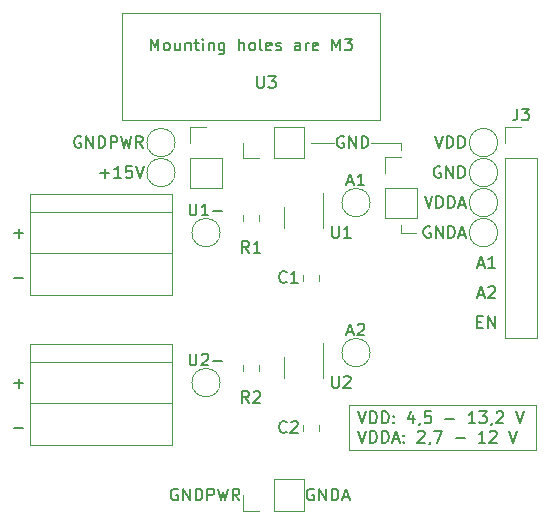
<source format=gto>
G04 #@! TF.GenerationSoftware,KiCad,Pcbnew,5.1.5-52549c5~84~ubuntu19.04.1*
G04 #@! TF.CreationDate,2019-12-10T10:52:44+01:00*
G04 #@! TF.ProjectId,2ch-4-20mA,3263682d-342d-4323-906d-412e6b696361,rev?*
G04 #@! TF.SameCoordinates,Original*
G04 #@! TF.FileFunction,Legend,Top*
G04 #@! TF.FilePolarity,Positive*
%FSLAX46Y46*%
G04 Gerber Fmt 4.6, Leading zero omitted, Abs format (unit mm)*
G04 Created by KiCad (PCBNEW 5.1.5-52549c5~84~ubuntu19.04.1) date 2019-12-10 10:52:44*
%MOMM*%
%LPD*%
G04 APERTURE LIST*
%ADD10C,0.150000*%
%ADD11C,0.120000*%
G04 APERTURE END LIST*
D10*
X128025000Y-83002380D02*
X128025000Y-82002380D01*
X128358333Y-82716666D01*
X128691666Y-82002380D01*
X128691666Y-83002380D01*
X129310714Y-83002380D02*
X129215476Y-82954761D01*
X129167857Y-82907142D01*
X129120238Y-82811904D01*
X129120238Y-82526190D01*
X129167857Y-82430952D01*
X129215476Y-82383333D01*
X129310714Y-82335714D01*
X129453571Y-82335714D01*
X129548809Y-82383333D01*
X129596428Y-82430952D01*
X129644047Y-82526190D01*
X129644047Y-82811904D01*
X129596428Y-82907142D01*
X129548809Y-82954761D01*
X129453571Y-83002380D01*
X129310714Y-83002380D01*
X130501190Y-82335714D02*
X130501190Y-83002380D01*
X130072619Y-82335714D02*
X130072619Y-82859523D01*
X130120238Y-82954761D01*
X130215476Y-83002380D01*
X130358333Y-83002380D01*
X130453571Y-82954761D01*
X130501190Y-82907142D01*
X130977380Y-82335714D02*
X130977380Y-83002380D01*
X130977380Y-82430952D02*
X131025000Y-82383333D01*
X131120238Y-82335714D01*
X131263095Y-82335714D01*
X131358333Y-82383333D01*
X131405952Y-82478571D01*
X131405952Y-83002380D01*
X131739285Y-82335714D02*
X132120238Y-82335714D01*
X131882142Y-82002380D02*
X131882142Y-82859523D01*
X131929761Y-82954761D01*
X132025000Y-83002380D01*
X132120238Y-83002380D01*
X132453571Y-83002380D02*
X132453571Y-82335714D01*
X132453571Y-82002380D02*
X132405952Y-82050000D01*
X132453571Y-82097619D01*
X132501190Y-82050000D01*
X132453571Y-82002380D01*
X132453571Y-82097619D01*
X132929761Y-82335714D02*
X132929761Y-83002380D01*
X132929761Y-82430952D02*
X132977380Y-82383333D01*
X133072619Y-82335714D01*
X133215476Y-82335714D01*
X133310714Y-82383333D01*
X133358333Y-82478571D01*
X133358333Y-83002380D01*
X134263095Y-82335714D02*
X134263095Y-83145238D01*
X134215476Y-83240476D01*
X134167857Y-83288095D01*
X134072619Y-83335714D01*
X133929761Y-83335714D01*
X133834523Y-83288095D01*
X134263095Y-82954761D02*
X134167857Y-83002380D01*
X133977380Y-83002380D01*
X133882142Y-82954761D01*
X133834523Y-82907142D01*
X133786904Y-82811904D01*
X133786904Y-82526190D01*
X133834523Y-82430952D01*
X133882142Y-82383333D01*
X133977380Y-82335714D01*
X134167857Y-82335714D01*
X134263095Y-82383333D01*
X135501190Y-83002380D02*
X135501190Y-82002380D01*
X135929761Y-83002380D02*
X135929761Y-82478571D01*
X135882142Y-82383333D01*
X135786904Y-82335714D01*
X135644047Y-82335714D01*
X135548809Y-82383333D01*
X135501190Y-82430952D01*
X136548809Y-83002380D02*
X136453571Y-82954761D01*
X136405952Y-82907142D01*
X136358333Y-82811904D01*
X136358333Y-82526190D01*
X136405952Y-82430952D01*
X136453571Y-82383333D01*
X136548809Y-82335714D01*
X136691666Y-82335714D01*
X136786904Y-82383333D01*
X136834523Y-82430952D01*
X136882142Y-82526190D01*
X136882142Y-82811904D01*
X136834523Y-82907142D01*
X136786904Y-82954761D01*
X136691666Y-83002380D01*
X136548809Y-83002380D01*
X137453571Y-83002380D02*
X137358333Y-82954761D01*
X137310714Y-82859523D01*
X137310714Y-82002380D01*
X138215476Y-82954761D02*
X138120238Y-83002380D01*
X137929761Y-83002380D01*
X137834523Y-82954761D01*
X137786904Y-82859523D01*
X137786904Y-82478571D01*
X137834523Y-82383333D01*
X137929761Y-82335714D01*
X138120238Y-82335714D01*
X138215476Y-82383333D01*
X138263095Y-82478571D01*
X138263095Y-82573809D01*
X137786904Y-82669047D01*
X138644047Y-82954761D02*
X138739285Y-83002380D01*
X138929761Y-83002380D01*
X139025000Y-82954761D01*
X139072619Y-82859523D01*
X139072619Y-82811904D01*
X139025000Y-82716666D01*
X138929761Y-82669047D01*
X138786904Y-82669047D01*
X138691666Y-82621428D01*
X138644047Y-82526190D01*
X138644047Y-82478571D01*
X138691666Y-82383333D01*
X138786904Y-82335714D01*
X138929761Y-82335714D01*
X139025000Y-82383333D01*
X140691666Y-83002380D02*
X140691666Y-82478571D01*
X140644047Y-82383333D01*
X140548809Y-82335714D01*
X140358333Y-82335714D01*
X140263095Y-82383333D01*
X140691666Y-82954761D02*
X140596428Y-83002380D01*
X140358333Y-83002380D01*
X140263095Y-82954761D01*
X140215476Y-82859523D01*
X140215476Y-82764285D01*
X140263095Y-82669047D01*
X140358333Y-82621428D01*
X140596428Y-82621428D01*
X140691666Y-82573809D01*
X141167857Y-83002380D02*
X141167857Y-82335714D01*
X141167857Y-82526190D02*
X141215476Y-82430952D01*
X141263095Y-82383333D01*
X141358333Y-82335714D01*
X141453571Y-82335714D01*
X142167857Y-82954761D02*
X142072619Y-83002380D01*
X141882142Y-83002380D01*
X141786904Y-82954761D01*
X141739285Y-82859523D01*
X141739285Y-82478571D01*
X141786904Y-82383333D01*
X141882142Y-82335714D01*
X142072619Y-82335714D01*
X142167857Y-82383333D01*
X142215476Y-82478571D01*
X142215476Y-82573809D01*
X141739285Y-82669047D01*
X143405952Y-83002380D02*
X143405952Y-82002380D01*
X143739285Y-82716666D01*
X144072619Y-82002380D01*
X144072619Y-83002380D01*
X144453571Y-82002380D02*
X145072619Y-82002380D01*
X144739285Y-82383333D01*
X144882142Y-82383333D01*
X144977380Y-82430952D01*
X145025000Y-82478571D01*
X145072619Y-82573809D01*
X145072619Y-82811904D01*
X145025000Y-82907142D01*
X144977380Y-82954761D01*
X144882142Y-83002380D01*
X144596428Y-83002380D01*
X144501190Y-82954761D01*
X144453571Y-82907142D01*
D11*
X144780000Y-116840000D02*
X144780000Y-113030000D01*
X160655000Y-116840000D02*
X144780000Y-116840000D01*
X160655000Y-113030000D02*
X160655000Y-116840000D01*
X144780000Y-113030000D02*
X160655000Y-113030000D01*
D10*
X145607738Y-113562380D02*
X145941071Y-114562380D01*
X146274404Y-113562380D01*
X146607738Y-114562380D02*
X146607738Y-113562380D01*
X146845833Y-113562380D01*
X146988690Y-113610000D01*
X147083928Y-113705238D01*
X147131547Y-113800476D01*
X147179166Y-113990952D01*
X147179166Y-114133809D01*
X147131547Y-114324285D01*
X147083928Y-114419523D01*
X146988690Y-114514761D01*
X146845833Y-114562380D01*
X146607738Y-114562380D01*
X147607738Y-114562380D02*
X147607738Y-113562380D01*
X147845833Y-113562380D01*
X147988690Y-113610000D01*
X148083928Y-113705238D01*
X148131547Y-113800476D01*
X148179166Y-113990952D01*
X148179166Y-114133809D01*
X148131547Y-114324285D01*
X148083928Y-114419523D01*
X147988690Y-114514761D01*
X147845833Y-114562380D01*
X147607738Y-114562380D01*
X148607738Y-114467142D02*
X148655357Y-114514761D01*
X148607738Y-114562380D01*
X148560119Y-114514761D01*
X148607738Y-114467142D01*
X148607738Y-114562380D01*
X148607738Y-113943333D02*
X148655357Y-113990952D01*
X148607738Y-114038571D01*
X148560119Y-113990952D01*
X148607738Y-113943333D01*
X148607738Y-114038571D01*
X150274404Y-113895714D02*
X150274404Y-114562380D01*
X150036309Y-113514761D02*
X149798214Y-114229047D01*
X150417261Y-114229047D01*
X150845833Y-114514761D02*
X150845833Y-114562380D01*
X150798214Y-114657619D01*
X150750595Y-114705238D01*
X151750595Y-113562380D02*
X151274404Y-113562380D01*
X151226785Y-114038571D01*
X151274404Y-113990952D01*
X151369642Y-113943333D01*
X151607738Y-113943333D01*
X151702976Y-113990952D01*
X151750595Y-114038571D01*
X151798214Y-114133809D01*
X151798214Y-114371904D01*
X151750595Y-114467142D01*
X151702976Y-114514761D01*
X151607738Y-114562380D01*
X151369642Y-114562380D01*
X151274404Y-114514761D01*
X151226785Y-114467142D01*
X152988690Y-114181428D02*
X153750595Y-114181428D01*
X155512500Y-114562380D02*
X154941071Y-114562380D01*
X155226785Y-114562380D02*
X155226785Y-113562380D01*
X155131547Y-113705238D01*
X155036309Y-113800476D01*
X154941071Y-113848095D01*
X155845833Y-113562380D02*
X156464880Y-113562380D01*
X156131547Y-113943333D01*
X156274404Y-113943333D01*
X156369642Y-113990952D01*
X156417261Y-114038571D01*
X156464880Y-114133809D01*
X156464880Y-114371904D01*
X156417261Y-114467142D01*
X156369642Y-114514761D01*
X156274404Y-114562380D01*
X155988690Y-114562380D01*
X155893452Y-114514761D01*
X155845833Y-114467142D01*
X156941071Y-114514761D02*
X156941071Y-114562380D01*
X156893452Y-114657619D01*
X156845833Y-114705238D01*
X157322023Y-113657619D02*
X157369642Y-113610000D01*
X157464880Y-113562380D01*
X157702976Y-113562380D01*
X157798214Y-113610000D01*
X157845833Y-113657619D01*
X157893452Y-113752857D01*
X157893452Y-113848095D01*
X157845833Y-113990952D01*
X157274404Y-114562380D01*
X157893452Y-114562380D01*
X158941071Y-113562380D02*
X159274404Y-114562380D01*
X159607738Y-113562380D01*
X145607738Y-115212380D02*
X145941071Y-116212380D01*
X146274404Y-115212380D01*
X146607738Y-116212380D02*
X146607738Y-115212380D01*
X146845833Y-115212380D01*
X146988690Y-115260000D01*
X147083928Y-115355238D01*
X147131547Y-115450476D01*
X147179166Y-115640952D01*
X147179166Y-115783809D01*
X147131547Y-115974285D01*
X147083928Y-116069523D01*
X146988690Y-116164761D01*
X146845833Y-116212380D01*
X146607738Y-116212380D01*
X147607738Y-116212380D02*
X147607738Y-115212380D01*
X147845833Y-115212380D01*
X147988690Y-115260000D01*
X148083928Y-115355238D01*
X148131547Y-115450476D01*
X148179166Y-115640952D01*
X148179166Y-115783809D01*
X148131547Y-115974285D01*
X148083928Y-116069523D01*
X147988690Y-116164761D01*
X147845833Y-116212380D01*
X147607738Y-116212380D01*
X148560119Y-115926666D02*
X149036309Y-115926666D01*
X148464880Y-116212380D02*
X148798214Y-115212380D01*
X149131547Y-116212380D01*
X149464880Y-116117142D02*
X149512500Y-116164761D01*
X149464880Y-116212380D01*
X149417261Y-116164761D01*
X149464880Y-116117142D01*
X149464880Y-116212380D01*
X149464880Y-115593333D02*
X149512500Y-115640952D01*
X149464880Y-115688571D01*
X149417261Y-115640952D01*
X149464880Y-115593333D01*
X149464880Y-115688571D01*
X150655357Y-115307619D02*
X150702976Y-115260000D01*
X150798214Y-115212380D01*
X151036309Y-115212380D01*
X151131547Y-115260000D01*
X151179166Y-115307619D01*
X151226785Y-115402857D01*
X151226785Y-115498095D01*
X151179166Y-115640952D01*
X150607738Y-116212380D01*
X151226785Y-116212380D01*
X151702976Y-116164761D02*
X151702976Y-116212380D01*
X151655357Y-116307619D01*
X151607738Y-116355238D01*
X152036309Y-115212380D02*
X152702976Y-115212380D01*
X152274404Y-116212380D01*
X153845833Y-115831428D02*
X154607738Y-115831428D01*
X156369642Y-116212380D02*
X155798214Y-116212380D01*
X156083928Y-116212380D02*
X156083928Y-115212380D01*
X155988690Y-115355238D01*
X155893452Y-115450476D01*
X155798214Y-115498095D01*
X156750595Y-115307619D02*
X156798214Y-115260000D01*
X156893452Y-115212380D01*
X157131547Y-115212380D01*
X157226785Y-115260000D01*
X157274404Y-115307619D01*
X157322023Y-115402857D01*
X157322023Y-115498095D01*
X157274404Y-115640952D01*
X156702976Y-116212380D01*
X157322023Y-116212380D01*
X158369642Y-115212380D02*
X158702976Y-116212380D01*
X159036309Y-115212380D01*
X155668214Y-105973571D02*
X156001547Y-105973571D01*
X156144404Y-106497380D02*
X155668214Y-106497380D01*
X155668214Y-105497380D01*
X156144404Y-105497380D01*
X156572976Y-106497380D02*
X156572976Y-105497380D01*
X157144404Y-106497380D01*
X157144404Y-105497380D01*
X155763452Y-103671666D02*
X156239642Y-103671666D01*
X155668214Y-103957380D02*
X156001547Y-102957380D01*
X156334880Y-103957380D01*
X156620595Y-103052619D02*
X156668214Y-103005000D01*
X156763452Y-102957380D01*
X157001547Y-102957380D01*
X157096785Y-103005000D01*
X157144404Y-103052619D01*
X157192023Y-103147857D01*
X157192023Y-103243095D01*
X157144404Y-103385952D01*
X156572976Y-103957380D01*
X157192023Y-103957380D01*
X155763452Y-101131666D02*
X156239642Y-101131666D01*
X155668214Y-101417380D02*
X156001547Y-100417380D01*
X156334880Y-101417380D01*
X157192023Y-101417380D02*
X156620595Y-101417380D01*
X156906309Y-101417380D02*
X156906309Y-100417380D01*
X156811071Y-100560238D01*
X156715833Y-100655476D01*
X156620595Y-100703095D01*
X141829404Y-120150000D02*
X141734166Y-120102380D01*
X141591309Y-120102380D01*
X141448452Y-120150000D01*
X141353214Y-120245238D01*
X141305595Y-120340476D01*
X141257976Y-120530952D01*
X141257976Y-120673809D01*
X141305595Y-120864285D01*
X141353214Y-120959523D01*
X141448452Y-121054761D01*
X141591309Y-121102380D01*
X141686547Y-121102380D01*
X141829404Y-121054761D01*
X141877023Y-121007142D01*
X141877023Y-120673809D01*
X141686547Y-120673809D01*
X142305595Y-121102380D02*
X142305595Y-120102380D01*
X142877023Y-121102380D01*
X142877023Y-120102380D01*
X143353214Y-121102380D02*
X143353214Y-120102380D01*
X143591309Y-120102380D01*
X143734166Y-120150000D01*
X143829404Y-120245238D01*
X143877023Y-120340476D01*
X143924642Y-120530952D01*
X143924642Y-120673809D01*
X143877023Y-120864285D01*
X143829404Y-120959523D01*
X143734166Y-121054761D01*
X143591309Y-121102380D01*
X143353214Y-121102380D01*
X144305595Y-120816666D02*
X144781785Y-120816666D01*
X144210357Y-121102380D02*
X144543690Y-120102380D01*
X144877023Y-121102380D01*
X130303928Y-120150000D02*
X130208690Y-120102380D01*
X130065833Y-120102380D01*
X129922976Y-120150000D01*
X129827738Y-120245238D01*
X129780119Y-120340476D01*
X129732500Y-120530952D01*
X129732500Y-120673809D01*
X129780119Y-120864285D01*
X129827738Y-120959523D01*
X129922976Y-121054761D01*
X130065833Y-121102380D01*
X130161071Y-121102380D01*
X130303928Y-121054761D01*
X130351547Y-121007142D01*
X130351547Y-120673809D01*
X130161071Y-120673809D01*
X130780119Y-121102380D02*
X130780119Y-120102380D01*
X131351547Y-121102380D01*
X131351547Y-120102380D01*
X131827738Y-121102380D02*
X131827738Y-120102380D01*
X132065833Y-120102380D01*
X132208690Y-120150000D01*
X132303928Y-120245238D01*
X132351547Y-120340476D01*
X132399166Y-120530952D01*
X132399166Y-120673809D01*
X132351547Y-120864285D01*
X132303928Y-120959523D01*
X132208690Y-121054761D01*
X132065833Y-121102380D01*
X131827738Y-121102380D01*
X132827738Y-121102380D02*
X132827738Y-120102380D01*
X133208690Y-120102380D01*
X133303928Y-120150000D01*
X133351547Y-120197619D01*
X133399166Y-120292857D01*
X133399166Y-120435714D01*
X133351547Y-120530952D01*
X133303928Y-120578571D01*
X133208690Y-120626190D01*
X132827738Y-120626190D01*
X133732500Y-120102380D02*
X133970595Y-121102380D01*
X134161071Y-120388095D01*
X134351547Y-121102380D01*
X134589642Y-120102380D01*
X135542023Y-121102380D02*
X135208690Y-120626190D01*
X134970595Y-121102380D02*
X134970595Y-120102380D01*
X135351547Y-120102380D01*
X135446785Y-120150000D01*
X135494404Y-120197619D01*
X135542023Y-120292857D01*
X135542023Y-120435714D01*
X135494404Y-120530952D01*
X135446785Y-120578571D01*
X135351547Y-120626190D01*
X134970595Y-120626190D01*
D11*
X149225000Y-98425000D02*
X150495000Y-98425000D01*
X149225000Y-97790000D02*
X149225000Y-98425000D01*
X149225000Y-90805000D02*
X149225000Y-91440000D01*
X146685000Y-90805000D02*
X149225000Y-90805000D01*
X143510000Y-90805000D02*
X141605000Y-90805000D01*
D10*
X116459047Y-115006428D02*
X117220952Y-115006428D01*
X116459047Y-111196428D02*
X117220952Y-111196428D01*
X116840000Y-111577380D02*
X116840000Y-110815476D01*
X116459047Y-102306428D02*
X117220952Y-102306428D01*
X116459047Y-98496428D02*
X117220952Y-98496428D01*
X116840000Y-98877380D02*
X116840000Y-98115476D01*
X144369404Y-90305000D02*
X144274166Y-90257380D01*
X144131309Y-90257380D01*
X143988452Y-90305000D01*
X143893214Y-90400238D01*
X143845595Y-90495476D01*
X143797976Y-90685952D01*
X143797976Y-90828809D01*
X143845595Y-91019285D01*
X143893214Y-91114523D01*
X143988452Y-91209761D01*
X144131309Y-91257380D01*
X144226547Y-91257380D01*
X144369404Y-91209761D01*
X144417023Y-91162142D01*
X144417023Y-90828809D01*
X144226547Y-90828809D01*
X144845595Y-91257380D02*
X144845595Y-90257380D01*
X145417023Y-91257380D01*
X145417023Y-90257380D01*
X145893214Y-91257380D02*
X145893214Y-90257380D01*
X146131309Y-90257380D01*
X146274166Y-90305000D01*
X146369404Y-90400238D01*
X146417023Y-90495476D01*
X146464642Y-90685952D01*
X146464642Y-90828809D01*
X146417023Y-91019285D01*
X146369404Y-91114523D01*
X146274166Y-91209761D01*
X146131309Y-91257380D01*
X145893214Y-91257380D01*
X144700714Y-106846666D02*
X145176904Y-106846666D01*
X144605476Y-107132380D02*
X144938809Y-106132380D01*
X145272142Y-107132380D01*
X145557857Y-106227619D02*
X145605476Y-106180000D01*
X145700714Y-106132380D01*
X145938809Y-106132380D01*
X146034047Y-106180000D01*
X146081666Y-106227619D01*
X146129285Y-106322857D01*
X146129285Y-106418095D01*
X146081666Y-106560952D01*
X145510238Y-107132380D01*
X146129285Y-107132380D01*
X131334047Y-108672380D02*
X131334047Y-109481904D01*
X131381666Y-109577142D01*
X131429285Y-109624761D01*
X131524523Y-109672380D01*
X131715000Y-109672380D01*
X131810238Y-109624761D01*
X131857857Y-109577142D01*
X131905476Y-109481904D01*
X131905476Y-108672380D01*
X132334047Y-108767619D02*
X132381666Y-108720000D01*
X132476904Y-108672380D01*
X132715000Y-108672380D01*
X132810238Y-108720000D01*
X132857857Y-108767619D01*
X132905476Y-108862857D01*
X132905476Y-108958095D01*
X132857857Y-109100952D01*
X132286428Y-109672380D01*
X132905476Y-109672380D01*
X133334047Y-109291428D02*
X134095952Y-109291428D01*
X131334047Y-95972380D02*
X131334047Y-96781904D01*
X131381666Y-96877142D01*
X131429285Y-96924761D01*
X131524523Y-96972380D01*
X131715000Y-96972380D01*
X131810238Y-96924761D01*
X131857857Y-96877142D01*
X131905476Y-96781904D01*
X131905476Y-95972380D01*
X132905476Y-96972380D02*
X132334047Y-96972380D01*
X132619761Y-96972380D02*
X132619761Y-95972380D01*
X132524523Y-96115238D01*
X132429285Y-96210476D01*
X132334047Y-96258095D01*
X133334047Y-96591428D02*
X134095952Y-96591428D01*
X144700714Y-94146666D02*
X145176904Y-94146666D01*
X144605476Y-94432380D02*
X144938809Y-93432380D01*
X145272142Y-94432380D01*
X146129285Y-94432380D02*
X145557857Y-94432380D01*
X145843571Y-94432380D02*
X145843571Y-93432380D01*
X145748333Y-93575238D01*
X145653095Y-93670476D01*
X145557857Y-93718095D01*
X151699642Y-97925000D02*
X151604404Y-97877380D01*
X151461547Y-97877380D01*
X151318690Y-97925000D01*
X151223452Y-98020238D01*
X151175833Y-98115476D01*
X151128214Y-98305952D01*
X151128214Y-98448809D01*
X151175833Y-98639285D01*
X151223452Y-98734523D01*
X151318690Y-98829761D01*
X151461547Y-98877380D01*
X151556785Y-98877380D01*
X151699642Y-98829761D01*
X151747261Y-98782142D01*
X151747261Y-98448809D01*
X151556785Y-98448809D01*
X152175833Y-98877380D02*
X152175833Y-97877380D01*
X152747261Y-98877380D01*
X152747261Y-97877380D01*
X153223452Y-98877380D02*
X153223452Y-97877380D01*
X153461547Y-97877380D01*
X153604404Y-97925000D01*
X153699642Y-98020238D01*
X153747261Y-98115476D01*
X153794880Y-98305952D01*
X153794880Y-98448809D01*
X153747261Y-98639285D01*
X153699642Y-98734523D01*
X153604404Y-98829761D01*
X153461547Y-98877380D01*
X153223452Y-98877380D01*
X154175833Y-98591666D02*
X154652023Y-98591666D01*
X154080595Y-98877380D02*
X154413928Y-97877380D01*
X154747261Y-98877380D01*
X151223452Y-95337380D02*
X151556785Y-96337380D01*
X151890119Y-95337380D01*
X152223452Y-96337380D02*
X152223452Y-95337380D01*
X152461547Y-95337380D01*
X152604404Y-95385000D01*
X152699642Y-95480238D01*
X152747261Y-95575476D01*
X152794880Y-95765952D01*
X152794880Y-95908809D01*
X152747261Y-96099285D01*
X152699642Y-96194523D01*
X152604404Y-96289761D01*
X152461547Y-96337380D01*
X152223452Y-96337380D01*
X153223452Y-96337380D02*
X153223452Y-95337380D01*
X153461547Y-95337380D01*
X153604404Y-95385000D01*
X153699642Y-95480238D01*
X153747261Y-95575476D01*
X153794880Y-95765952D01*
X153794880Y-95908809D01*
X153747261Y-96099285D01*
X153699642Y-96194523D01*
X153604404Y-96289761D01*
X153461547Y-96337380D01*
X153223452Y-96337380D01*
X154175833Y-96051666D02*
X154652023Y-96051666D01*
X154080595Y-96337380D02*
X154413928Y-95337380D01*
X154747261Y-96337380D01*
X152556785Y-92845000D02*
X152461547Y-92797380D01*
X152318690Y-92797380D01*
X152175833Y-92845000D01*
X152080595Y-92940238D01*
X152032976Y-93035476D01*
X151985357Y-93225952D01*
X151985357Y-93368809D01*
X152032976Y-93559285D01*
X152080595Y-93654523D01*
X152175833Y-93749761D01*
X152318690Y-93797380D01*
X152413928Y-93797380D01*
X152556785Y-93749761D01*
X152604404Y-93702142D01*
X152604404Y-93368809D01*
X152413928Y-93368809D01*
X153032976Y-93797380D02*
X153032976Y-92797380D01*
X153604404Y-93797380D01*
X153604404Y-92797380D01*
X154080595Y-93797380D02*
X154080595Y-92797380D01*
X154318690Y-92797380D01*
X154461547Y-92845000D01*
X154556785Y-92940238D01*
X154604404Y-93035476D01*
X154652023Y-93225952D01*
X154652023Y-93368809D01*
X154604404Y-93559285D01*
X154556785Y-93654523D01*
X154461547Y-93749761D01*
X154318690Y-93797380D01*
X154080595Y-93797380D01*
X152080595Y-90257380D02*
X152413928Y-91257380D01*
X152747261Y-90257380D01*
X153080595Y-91257380D02*
X153080595Y-90257380D01*
X153318690Y-90257380D01*
X153461547Y-90305000D01*
X153556785Y-90400238D01*
X153604404Y-90495476D01*
X153652023Y-90685952D01*
X153652023Y-90828809D01*
X153604404Y-91019285D01*
X153556785Y-91114523D01*
X153461547Y-91209761D01*
X153318690Y-91257380D01*
X153080595Y-91257380D01*
X154080595Y-91257380D02*
X154080595Y-90257380D01*
X154318690Y-90257380D01*
X154461547Y-90305000D01*
X154556785Y-90400238D01*
X154604404Y-90495476D01*
X154652023Y-90685952D01*
X154652023Y-90828809D01*
X154604404Y-91019285D01*
X154556785Y-91114523D01*
X154461547Y-91209761D01*
X154318690Y-91257380D01*
X154080595Y-91257380D01*
X123775595Y-93416428D02*
X124537500Y-93416428D01*
X124156547Y-93797380D02*
X124156547Y-93035476D01*
X125537500Y-93797380D02*
X124966071Y-93797380D01*
X125251785Y-93797380D02*
X125251785Y-92797380D01*
X125156547Y-92940238D01*
X125061309Y-93035476D01*
X124966071Y-93083095D01*
X126442261Y-92797380D02*
X125966071Y-92797380D01*
X125918452Y-93273571D01*
X125966071Y-93225952D01*
X126061309Y-93178333D01*
X126299404Y-93178333D01*
X126394642Y-93225952D01*
X126442261Y-93273571D01*
X126489880Y-93368809D01*
X126489880Y-93606904D01*
X126442261Y-93702142D01*
X126394642Y-93749761D01*
X126299404Y-93797380D01*
X126061309Y-93797380D01*
X125966071Y-93749761D01*
X125918452Y-93702142D01*
X126775595Y-92797380D02*
X127108928Y-93797380D01*
X127442261Y-92797380D01*
X122108928Y-90305000D02*
X122013690Y-90257380D01*
X121870833Y-90257380D01*
X121727976Y-90305000D01*
X121632738Y-90400238D01*
X121585119Y-90495476D01*
X121537500Y-90685952D01*
X121537500Y-90828809D01*
X121585119Y-91019285D01*
X121632738Y-91114523D01*
X121727976Y-91209761D01*
X121870833Y-91257380D01*
X121966071Y-91257380D01*
X122108928Y-91209761D01*
X122156547Y-91162142D01*
X122156547Y-90828809D01*
X121966071Y-90828809D01*
X122585119Y-91257380D02*
X122585119Y-90257380D01*
X123156547Y-91257380D01*
X123156547Y-90257380D01*
X123632738Y-91257380D02*
X123632738Y-90257380D01*
X123870833Y-90257380D01*
X124013690Y-90305000D01*
X124108928Y-90400238D01*
X124156547Y-90495476D01*
X124204166Y-90685952D01*
X124204166Y-90828809D01*
X124156547Y-91019285D01*
X124108928Y-91114523D01*
X124013690Y-91209761D01*
X123870833Y-91257380D01*
X123632738Y-91257380D01*
X124632738Y-91257380D02*
X124632738Y-90257380D01*
X125013690Y-90257380D01*
X125108928Y-90305000D01*
X125156547Y-90352619D01*
X125204166Y-90447857D01*
X125204166Y-90590714D01*
X125156547Y-90685952D01*
X125108928Y-90733571D01*
X125013690Y-90781190D01*
X124632738Y-90781190D01*
X125537500Y-90257380D02*
X125775595Y-91257380D01*
X125966071Y-90543095D01*
X126156547Y-91257380D01*
X126394642Y-90257380D01*
X127347023Y-91257380D02*
X127013690Y-90781190D01*
X126775595Y-91257380D02*
X126775595Y-90257380D01*
X127156547Y-90257380D01*
X127251785Y-90305000D01*
X127299404Y-90352619D01*
X127347023Y-90447857D01*
X127347023Y-90590714D01*
X127299404Y-90685952D01*
X127251785Y-90733571D01*
X127156547Y-90781190D01*
X126775595Y-90781190D01*
D11*
X117853200Y-116369600D02*
X117853200Y-107869600D01*
X117853200Y-107869600D02*
X129853200Y-107869600D01*
X129853200Y-107869600D02*
X129853200Y-116369600D01*
X129853200Y-116369600D02*
X117853200Y-116369600D01*
X117853200Y-109369600D02*
X129853200Y-109369600D01*
X117853200Y-112869600D02*
X129853200Y-112869600D01*
X117853200Y-103669600D02*
X117853200Y-95169600D01*
X117853200Y-95169600D02*
X129853200Y-95169600D01*
X129853200Y-95169600D02*
X129853200Y-103669600D01*
X129853200Y-103669600D02*
X117853200Y-103669600D01*
X117853200Y-96669600D02*
X129853200Y-96669600D01*
X117853200Y-100169600D02*
X129853200Y-100169600D01*
X125615000Y-79825000D02*
X147415000Y-79825000D01*
X125615000Y-88925000D02*
X125615000Y-79825000D01*
X147415000Y-88925000D02*
X125615000Y-88925000D01*
X147415000Y-79825000D02*
X147415000Y-88925000D01*
X131385000Y-89475000D02*
X132715000Y-89475000D01*
X131385000Y-90805000D02*
X131385000Y-89475000D01*
X131385000Y-92075000D02*
X134045000Y-92075000D01*
X134045000Y-92075000D02*
X134045000Y-94675000D01*
X131385000Y-92075000D02*
X131385000Y-94675000D01*
X131385000Y-94675000D02*
X134045000Y-94675000D01*
X135830000Y-121980000D02*
X135830000Y-120650000D01*
X137160000Y-121980000D02*
X135830000Y-121980000D01*
X138430000Y-121980000D02*
X138430000Y-119320000D01*
X138430000Y-119320000D02*
X141030000Y-119320000D01*
X138430000Y-121980000D02*
X141030000Y-121980000D01*
X141030000Y-121980000D02*
X141030000Y-119320000D01*
X147895000Y-92015000D02*
X149225000Y-92015000D01*
X147895000Y-93345000D02*
X147895000Y-92015000D01*
X147895000Y-94615000D02*
X150555000Y-94615000D01*
X150555000Y-94615000D02*
X150555000Y-97215000D01*
X147895000Y-94615000D02*
X147895000Y-97215000D01*
X147895000Y-97215000D02*
X150555000Y-97215000D01*
X135830000Y-92135000D02*
X135830000Y-90805000D01*
X137160000Y-92135000D02*
X135830000Y-92135000D01*
X138430000Y-92135000D02*
X138430000Y-89475000D01*
X138430000Y-89475000D02*
X141030000Y-89475000D01*
X138430000Y-92135000D02*
X141030000Y-92135000D01*
X141030000Y-92135000D02*
X141030000Y-89475000D01*
X158055000Y-89475000D02*
X159385000Y-89475000D01*
X158055000Y-90805000D02*
X158055000Y-89475000D01*
X158055000Y-92075000D02*
X160715000Y-92075000D01*
X160715000Y-92075000D02*
X160715000Y-107375000D01*
X158055000Y-92075000D02*
X158055000Y-107375000D01*
X158055000Y-107375000D02*
X160715000Y-107375000D01*
X157410000Y-98425000D02*
G75*
G03X157410000Y-98425000I-1200000J0D01*
G01*
X157410000Y-95885000D02*
G75*
G03X157410000Y-95885000I-1200000J0D01*
G01*
X157410000Y-93345000D02*
G75*
G03X157410000Y-93345000I-1200000J0D01*
G01*
X157410000Y-90805000D02*
G75*
G03X157410000Y-90805000I-1200000J0D01*
G01*
X130105000Y-90805000D02*
G75*
G03X130105000Y-90805000I-1200000J0D01*
G01*
X130105000Y-93345000D02*
G75*
G03X130105000Y-93345000I-1200000J0D01*
G01*
X146615000Y-108585000D02*
G75*
G03X146615000Y-108585000I-1200000J0D01*
G01*
X133915000Y-111125000D02*
G75*
G03X133915000Y-111125000I-1200000J0D01*
G01*
X146615000Y-95885000D02*
G75*
G03X146615000Y-95885000I-1200000J0D01*
G01*
X133915000Y-98425000D02*
G75*
G03X133915000Y-98425000I-1200000J0D01*
G01*
X139360000Y-108955000D02*
X139360000Y-110755000D01*
X142580000Y-110755000D02*
X142580000Y-107805000D01*
X139360000Y-96255000D02*
X139360000Y-98055000D01*
X142580000Y-98055000D02*
X142580000Y-95105000D01*
X137235000Y-109593748D02*
X137235000Y-110116252D01*
X135815000Y-109593748D02*
X135815000Y-110116252D01*
X137235000Y-96893748D02*
X137235000Y-97416252D01*
X135815000Y-96893748D02*
X135815000Y-97416252D01*
X142315000Y-114673748D02*
X142315000Y-115196252D01*
X140895000Y-114673748D02*
X140895000Y-115196252D01*
X142315000Y-101973748D02*
X142315000Y-102496252D01*
X140895000Y-101973748D02*
X140895000Y-102496252D01*
D10*
X137033095Y-85177380D02*
X137033095Y-85986904D01*
X137080714Y-86082142D01*
X137128333Y-86129761D01*
X137223571Y-86177380D01*
X137414047Y-86177380D01*
X137509285Y-86129761D01*
X137556904Y-86082142D01*
X137604523Y-85986904D01*
X137604523Y-85177380D01*
X137985476Y-85177380D02*
X138604523Y-85177380D01*
X138271190Y-85558333D01*
X138414047Y-85558333D01*
X138509285Y-85605952D01*
X138556904Y-85653571D01*
X138604523Y-85748809D01*
X138604523Y-85986904D01*
X138556904Y-86082142D01*
X138509285Y-86129761D01*
X138414047Y-86177380D01*
X138128333Y-86177380D01*
X138033095Y-86129761D01*
X137985476Y-86082142D01*
X159051666Y-87927380D02*
X159051666Y-88641666D01*
X159004047Y-88784523D01*
X158908809Y-88879761D01*
X158765952Y-88927380D01*
X158670714Y-88927380D01*
X159432619Y-87927380D02*
X160051666Y-87927380D01*
X159718333Y-88308333D01*
X159861190Y-88308333D01*
X159956428Y-88355952D01*
X160004047Y-88403571D01*
X160051666Y-88498809D01*
X160051666Y-88736904D01*
X160004047Y-88832142D01*
X159956428Y-88879761D01*
X159861190Y-88927380D01*
X159575476Y-88927380D01*
X159480238Y-88879761D01*
X159432619Y-88832142D01*
X143383095Y-110577380D02*
X143383095Y-111386904D01*
X143430714Y-111482142D01*
X143478333Y-111529761D01*
X143573571Y-111577380D01*
X143764047Y-111577380D01*
X143859285Y-111529761D01*
X143906904Y-111482142D01*
X143954523Y-111386904D01*
X143954523Y-110577380D01*
X144383095Y-110672619D02*
X144430714Y-110625000D01*
X144525952Y-110577380D01*
X144764047Y-110577380D01*
X144859285Y-110625000D01*
X144906904Y-110672619D01*
X144954523Y-110767857D01*
X144954523Y-110863095D01*
X144906904Y-111005952D01*
X144335476Y-111577380D01*
X144954523Y-111577380D01*
X143383095Y-97877380D02*
X143383095Y-98686904D01*
X143430714Y-98782142D01*
X143478333Y-98829761D01*
X143573571Y-98877380D01*
X143764047Y-98877380D01*
X143859285Y-98829761D01*
X143906904Y-98782142D01*
X143954523Y-98686904D01*
X143954523Y-97877380D01*
X144954523Y-98877380D02*
X144383095Y-98877380D01*
X144668809Y-98877380D02*
X144668809Y-97877380D01*
X144573571Y-98020238D01*
X144478333Y-98115476D01*
X144383095Y-98163095D01*
X136358333Y-112847380D02*
X136025000Y-112371190D01*
X135786904Y-112847380D02*
X135786904Y-111847380D01*
X136167857Y-111847380D01*
X136263095Y-111895000D01*
X136310714Y-111942619D01*
X136358333Y-112037857D01*
X136358333Y-112180714D01*
X136310714Y-112275952D01*
X136263095Y-112323571D01*
X136167857Y-112371190D01*
X135786904Y-112371190D01*
X136739285Y-111942619D02*
X136786904Y-111895000D01*
X136882142Y-111847380D01*
X137120238Y-111847380D01*
X137215476Y-111895000D01*
X137263095Y-111942619D01*
X137310714Y-112037857D01*
X137310714Y-112133095D01*
X137263095Y-112275952D01*
X136691666Y-112847380D01*
X137310714Y-112847380D01*
X136358333Y-100147380D02*
X136025000Y-99671190D01*
X135786904Y-100147380D02*
X135786904Y-99147380D01*
X136167857Y-99147380D01*
X136263095Y-99195000D01*
X136310714Y-99242619D01*
X136358333Y-99337857D01*
X136358333Y-99480714D01*
X136310714Y-99575952D01*
X136263095Y-99623571D01*
X136167857Y-99671190D01*
X135786904Y-99671190D01*
X137310714Y-100147380D02*
X136739285Y-100147380D01*
X137025000Y-100147380D02*
X137025000Y-99147380D01*
X136929761Y-99290238D01*
X136834523Y-99385476D01*
X136739285Y-99433095D01*
X139533333Y-115292142D02*
X139485714Y-115339761D01*
X139342857Y-115387380D01*
X139247619Y-115387380D01*
X139104761Y-115339761D01*
X139009523Y-115244523D01*
X138961904Y-115149285D01*
X138914285Y-114958809D01*
X138914285Y-114815952D01*
X138961904Y-114625476D01*
X139009523Y-114530238D01*
X139104761Y-114435000D01*
X139247619Y-114387380D01*
X139342857Y-114387380D01*
X139485714Y-114435000D01*
X139533333Y-114482619D01*
X139914285Y-114482619D02*
X139961904Y-114435000D01*
X140057142Y-114387380D01*
X140295238Y-114387380D01*
X140390476Y-114435000D01*
X140438095Y-114482619D01*
X140485714Y-114577857D01*
X140485714Y-114673095D01*
X140438095Y-114815952D01*
X139866666Y-115387380D01*
X140485714Y-115387380D01*
X139533333Y-102592142D02*
X139485714Y-102639761D01*
X139342857Y-102687380D01*
X139247619Y-102687380D01*
X139104761Y-102639761D01*
X139009523Y-102544523D01*
X138961904Y-102449285D01*
X138914285Y-102258809D01*
X138914285Y-102115952D01*
X138961904Y-101925476D01*
X139009523Y-101830238D01*
X139104761Y-101735000D01*
X139247619Y-101687380D01*
X139342857Y-101687380D01*
X139485714Y-101735000D01*
X139533333Y-101782619D01*
X140485714Y-102687380D02*
X139914285Y-102687380D01*
X140200000Y-102687380D02*
X140200000Y-101687380D01*
X140104761Y-101830238D01*
X140009523Y-101925476D01*
X139914285Y-101973095D01*
M02*

</source>
